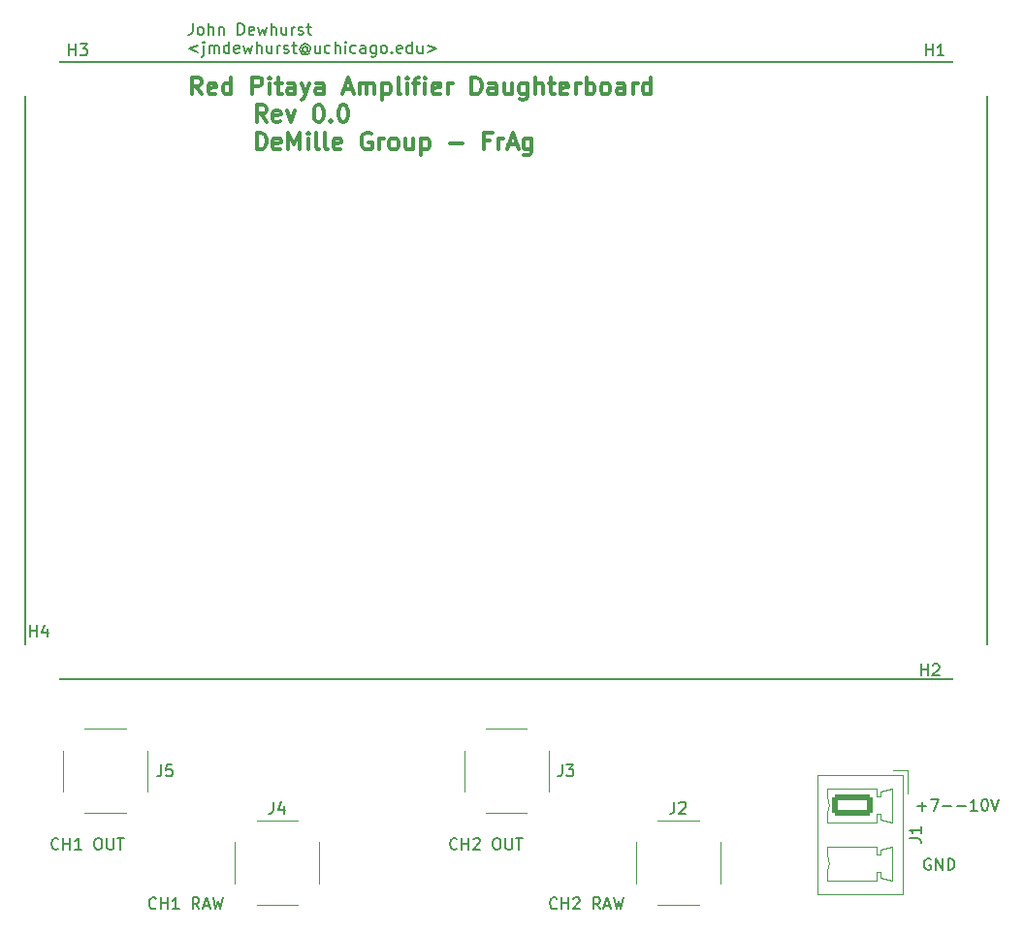
<source format=gto>
%TF.GenerationSoftware,KiCad,Pcbnew,(6.0.11)*%
%TF.CreationDate,2023-02-06T13:48:51-06:00*%
%TF.ProjectId,InterferometerElectronics,496e7465-7266-4657-926f-6d6574657245,rev?*%
%TF.SameCoordinates,Original*%
%TF.FileFunction,Legend,Top*%
%TF.FilePolarity,Positive*%
%FSLAX46Y46*%
G04 Gerber Fmt 4.6, Leading zero omitted, Abs format (unit mm)*
G04 Created by KiCad (PCBNEW (6.0.11)) date 2023-02-06 13:48:51*
%MOMM*%
%LPD*%
G01*
G04 APERTURE LIST*
G04 Aperture macros list*
%AMRoundRect*
0 Rectangle with rounded corners*
0 $1 Rounding radius*
0 $2 $3 $4 $5 $6 $7 $8 $9 X,Y pos of 4 corners*
0 Add a 4 corners polygon primitive as box body*
4,1,4,$2,$3,$4,$5,$6,$7,$8,$9,$2,$3,0*
0 Add four circle primitives for the rounded corners*
1,1,$1+$1,$2,$3*
1,1,$1+$1,$4,$5*
1,1,$1+$1,$6,$7*
1,1,$1+$1,$8,$9*
0 Add four rect primitives between the rounded corners*
20,1,$1+$1,$2,$3,$4,$5,0*
20,1,$1+$1,$4,$5,$6,$7,0*
20,1,$1+$1,$6,$7,$8,$9,0*
20,1,$1+$1,$8,$9,$2,$3,0*%
G04 Aperture macros list end*
%ADD10C,0.150000*%
%ADD11C,0.300000*%
%ADD12C,0.120000*%
%ADD13C,1.600000*%
%ADD14O,1.600000X1.600000*%
%ADD15RoundRect,0.250000X-1.550000X0.650000X-1.550000X-0.650000X1.550000X-0.650000X1.550000X0.650000X0*%
%ADD16O,3.600000X1.800000*%
%ADD17C,2.050000*%
%ADD18C,2.250000*%
%ADD19C,0.800000*%
%ADD20C,6.000000*%
%ADD21R,2.200000X2.200000*%
%ADD22O,2.200000X2.200000*%
%ADD23C,2.000000*%
%ADD24R,1.600000X1.600000*%
%ADD25O,3.500000X3.500000*%
%ADD26R,2.000000X1.905000*%
%ADD27O,2.000000X1.905000*%
G04 APERTURE END LIST*
D10*
X67621309Y-24647380D02*
X67621309Y-25361666D01*
X67573690Y-25504523D01*
X67478452Y-25599761D01*
X67335595Y-25647380D01*
X67240357Y-25647380D01*
X68240357Y-25647380D02*
X68145119Y-25599761D01*
X68097500Y-25552142D01*
X68049880Y-25456904D01*
X68049880Y-25171190D01*
X68097500Y-25075952D01*
X68145119Y-25028333D01*
X68240357Y-24980714D01*
X68383214Y-24980714D01*
X68478452Y-25028333D01*
X68526071Y-25075952D01*
X68573690Y-25171190D01*
X68573690Y-25456904D01*
X68526071Y-25552142D01*
X68478452Y-25599761D01*
X68383214Y-25647380D01*
X68240357Y-25647380D01*
X69002261Y-25647380D02*
X69002261Y-24647380D01*
X69430833Y-25647380D02*
X69430833Y-25123571D01*
X69383214Y-25028333D01*
X69287976Y-24980714D01*
X69145119Y-24980714D01*
X69049880Y-25028333D01*
X69002261Y-25075952D01*
X69907023Y-24980714D02*
X69907023Y-25647380D01*
X69907023Y-25075952D02*
X69954642Y-25028333D01*
X70049880Y-24980714D01*
X70192738Y-24980714D01*
X70287976Y-25028333D01*
X70335595Y-25123571D01*
X70335595Y-25647380D01*
X71573690Y-25647380D02*
X71573690Y-24647380D01*
X71811785Y-24647380D01*
X71954642Y-24695000D01*
X72049880Y-24790238D01*
X72097500Y-24885476D01*
X72145119Y-25075952D01*
X72145119Y-25218809D01*
X72097500Y-25409285D01*
X72049880Y-25504523D01*
X71954642Y-25599761D01*
X71811785Y-25647380D01*
X71573690Y-25647380D01*
X72954642Y-25599761D02*
X72859404Y-25647380D01*
X72668928Y-25647380D01*
X72573690Y-25599761D01*
X72526071Y-25504523D01*
X72526071Y-25123571D01*
X72573690Y-25028333D01*
X72668928Y-24980714D01*
X72859404Y-24980714D01*
X72954642Y-25028333D01*
X73002261Y-25123571D01*
X73002261Y-25218809D01*
X72526071Y-25314047D01*
X73335595Y-24980714D02*
X73526071Y-25647380D01*
X73716547Y-25171190D01*
X73907023Y-25647380D01*
X74097500Y-24980714D01*
X74478452Y-25647380D02*
X74478452Y-24647380D01*
X74907023Y-25647380D02*
X74907023Y-25123571D01*
X74859404Y-25028333D01*
X74764166Y-24980714D01*
X74621309Y-24980714D01*
X74526071Y-25028333D01*
X74478452Y-25075952D01*
X75811785Y-24980714D02*
X75811785Y-25647380D01*
X75383214Y-24980714D02*
X75383214Y-25504523D01*
X75430833Y-25599761D01*
X75526071Y-25647380D01*
X75668928Y-25647380D01*
X75764166Y-25599761D01*
X75811785Y-25552142D01*
X76287976Y-25647380D02*
X76287976Y-24980714D01*
X76287976Y-25171190D02*
X76335595Y-25075952D01*
X76383214Y-25028333D01*
X76478452Y-24980714D01*
X76573690Y-24980714D01*
X76859404Y-25599761D02*
X76954642Y-25647380D01*
X77145119Y-25647380D01*
X77240357Y-25599761D01*
X77287976Y-25504523D01*
X77287976Y-25456904D01*
X77240357Y-25361666D01*
X77145119Y-25314047D01*
X77002261Y-25314047D01*
X76907023Y-25266428D01*
X76859404Y-25171190D01*
X76859404Y-25123571D01*
X76907023Y-25028333D01*
X77002261Y-24980714D01*
X77145119Y-24980714D01*
X77240357Y-25028333D01*
X77573690Y-24980714D02*
X77954642Y-24980714D01*
X77716547Y-24647380D02*
X77716547Y-25504523D01*
X77764166Y-25599761D01*
X77859404Y-25647380D01*
X77954642Y-25647380D01*
X68097500Y-26590714D02*
X67335595Y-26876428D01*
X68097500Y-27162142D01*
X68573690Y-26590714D02*
X68573690Y-27447857D01*
X68526071Y-27543095D01*
X68430833Y-27590714D01*
X68383214Y-27590714D01*
X68573690Y-26257380D02*
X68526071Y-26305000D01*
X68573690Y-26352619D01*
X68621309Y-26305000D01*
X68573690Y-26257380D01*
X68573690Y-26352619D01*
X69049880Y-27257380D02*
X69049880Y-26590714D01*
X69049880Y-26685952D02*
X69097500Y-26638333D01*
X69192738Y-26590714D01*
X69335595Y-26590714D01*
X69430833Y-26638333D01*
X69478452Y-26733571D01*
X69478452Y-27257380D01*
X69478452Y-26733571D02*
X69526071Y-26638333D01*
X69621309Y-26590714D01*
X69764166Y-26590714D01*
X69859404Y-26638333D01*
X69907023Y-26733571D01*
X69907023Y-27257380D01*
X70811785Y-27257380D02*
X70811785Y-26257380D01*
X70811785Y-27209761D02*
X70716547Y-27257380D01*
X70526071Y-27257380D01*
X70430833Y-27209761D01*
X70383214Y-27162142D01*
X70335595Y-27066904D01*
X70335595Y-26781190D01*
X70383214Y-26685952D01*
X70430833Y-26638333D01*
X70526071Y-26590714D01*
X70716547Y-26590714D01*
X70811785Y-26638333D01*
X71668928Y-27209761D02*
X71573690Y-27257380D01*
X71383214Y-27257380D01*
X71287976Y-27209761D01*
X71240357Y-27114523D01*
X71240357Y-26733571D01*
X71287976Y-26638333D01*
X71383214Y-26590714D01*
X71573690Y-26590714D01*
X71668928Y-26638333D01*
X71716547Y-26733571D01*
X71716547Y-26828809D01*
X71240357Y-26924047D01*
X72049880Y-26590714D02*
X72240357Y-27257380D01*
X72430833Y-26781190D01*
X72621309Y-27257380D01*
X72811785Y-26590714D01*
X73192738Y-27257380D02*
X73192738Y-26257380D01*
X73621309Y-27257380D02*
X73621309Y-26733571D01*
X73573690Y-26638333D01*
X73478452Y-26590714D01*
X73335595Y-26590714D01*
X73240357Y-26638333D01*
X73192738Y-26685952D01*
X74526071Y-26590714D02*
X74526071Y-27257380D01*
X74097500Y-26590714D02*
X74097500Y-27114523D01*
X74145119Y-27209761D01*
X74240357Y-27257380D01*
X74383214Y-27257380D01*
X74478452Y-27209761D01*
X74526071Y-27162142D01*
X75002261Y-27257380D02*
X75002261Y-26590714D01*
X75002261Y-26781190D02*
X75049880Y-26685952D01*
X75097500Y-26638333D01*
X75192738Y-26590714D01*
X75287976Y-26590714D01*
X75573690Y-27209761D02*
X75668928Y-27257380D01*
X75859404Y-27257380D01*
X75954642Y-27209761D01*
X76002261Y-27114523D01*
X76002261Y-27066904D01*
X75954642Y-26971666D01*
X75859404Y-26924047D01*
X75716547Y-26924047D01*
X75621309Y-26876428D01*
X75573690Y-26781190D01*
X75573690Y-26733571D01*
X75621309Y-26638333D01*
X75716547Y-26590714D01*
X75859404Y-26590714D01*
X75954642Y-26638333D01*
X76287976Y-26590714D02*
X76668928Y-26590714D01*
X76430833Y-26257380D02*
X76430833Y-27114523D01*
X76478452Y-27209761D01*
X76573690Y-27257380D01*
X76668928Y-27257380D01*
X77621309Y-26781190D02*
X77573690Y-26733571D01*
X77478452Y-26685952D01*
X77383214Y-26685952D01*
X77287976Y-26733571D01*
X77240357Y-26781190D01*
X77192738Y-26876428D01*
X77192738Y-26971666D01*
X77240357Y-27066904D01*
X77287976Y-27114523D01*
X77383214Y-27162142D01*
X77478452Y-27162142D01*
X77573690Y-27114523D01*
X77621309Y-27066904D01*
X77621309Y-26685952D02*
X77621309Y-27066904D01*
X77668928Y-27114523D01*
X77716547Y-27114523D01*
X77811785Y-27066904D01*
X77859404Y-26971666D01*
X77859404Y-26733571D01*
X77764166Y-26590714D01*
X77621309Y-26495476D01*
X77430833Y-26447857D01*
X77240357Y-26495476D01*
X77097500Y-26590714D01*
X77002261Y-26733571D01*
X76954642Y-26924047D01*
X77002261Y-27114523D01*
X77097500Y-27257380D01*
X77240357Y-27352619D01*
X77430833Y-27400238D01*
X77621309Y-27352619D01*
X77764166Y-27257380D01*
X78716547Y-26590714D02*
X78716547Y-27257380D01*
X78287976Y-26590714D02*
X78287976Y-27114523D01*
X78335595Y-27209761D01*
X78430833Y-27257380D01*
X78573690Y-27257380D01*
X78668928Y-27209761D01*
X78716547Y-27162142D01*
X79621309Y-27209761D02*
X79526071Y-27257380D01*
X79335595Y-27257380D01*
X79240357Y-27209761D01*
X79192738Y-27162142D01*
X79145119Y-27066904D01*
X79145119Y-26781190D01*
X79192738Y-26685952D01*
X79240357Y-26638333D01*
X79335595Y-26590714D01*
X79526071Y-26590714D01*
X79621309Y-26638333D01*
X80049880Y-27257380D02*
X80049880Y-26257380D01*
X80478452Y-27257380D02*
X80478452Y-26733571D01*
X80430833Y-26638333D01*
X80335595Y-26590714D01*
X80192738Y-26590714D01*
X80097500Y-26638333D01*
X80049880Y-26685952D01*
X80954642Y-27257380D02*
X80954642Y-26590714D01*
X80954642Y-26257380D02*
X80907023Y-26305000D01*
X80954642Y-26352619D01*
X81002261Y-26305000D01*
X80954642Y-26257380D01*
X80954642Y-26352619D01*
X81859404Y-27209761D02*
X81764166Y-27257380D01*
X81573690Y-27257380D01*
X81478452Y-27209761D01*
X81430833Y-27162142D01*
X81383214Y-27066904D01*
X81383214Y-26781190D01*
X81430833Y-26685952D01*
X81478452Y-26638333D01*
X81573690Y-26590714D01*
X81764166Y-26590714D01*
X81859404Y-26638333D01*
X82716547Y-27257380D02*
X82716547Y-26733571D01*
X82668928Y-26638333D01*
X82573690Y-26590714D01*
X82383214Y-26590714D01*
X82287976Y-26638333D01*
X82716547Y-27209761D02*
X82621309Y-27257380D01*
X82383214Y-27257380D01*
X82287976Y-27209761D01*
X82240357Y-27114523D01*
X82240357Y-27019285D01*
X82287976Y-26924047D01*
X82383214Y-26876428D01*
X82621309Y-26876428D01*
X82716547Y-26828809D01*
X83621309Y-26590714D02*
X83621309Y-27400238D01*
X83573690Y-27495476D01*
X83526071Y-27543095D01*
X83430833Y-27590714D01*
X83287976Y-27590714D01*
X83192738Y-27543095D01*
X83621309Y-27209761D02*
X83526071Y-27257380D01*
X83335595Y-27257380D01*
X83240357Y-27209761D01*
X83192738Y-27162142D01*
X83145119Y-27066904D01*
X83145119Y-26781190D01*
X83192738Y-26685952D01*
X83240357Y-26638333D01*
X83335595Y-26590714D01*
X83526071Y-26590714D01*
X83621309Y-26638333D01*
X84240357Y-27257380D02*
X84145119Y-27209761D01*
X84097500Y-27162142D01*
X84049880Y-27066904D01*
X84049880Y-26781190D01*
X84097500Y-26685952D01*
X84145119Y-26638333D01*
X84240357Y-26590714D01*
X84383214Y-26590714D01*
X84478452Y-26638333D01*
X84526071Y-26685952D01*
X84573690Y-26781190D01*
X84573690Y-27066904D01*
X84526071Y-27162142D01*
X84478452Y-27209761D01*
X84383214Y-27257380D01*
X84240357Y-27257380D01*
X85002261Y-27162142D02*
X85049880Y-27209761D01*
X85002261Y-27257380D01*
X84954642Y-27209761D01*
X85002261Y-27162142D01*
X85002261Y-27257380D01*
X85859404Y-27209761D02*
X85764166Y-27257380D01*
X85573690Y-27257380D01*
X85478452Y-27209761D01*
X85430833Y-27114523D01*
X85430833Y-26733571D01*
X85478452Y-26638333D01*
X85573690Y-26590714D01*
X85764166Y-26590714D01*
X85859404Y-26638333D01*
X85907023Y-26733571D01*
X85907023Y-26828809D01*
X85430833Y-26924047D01*
X86764166Y-27257380D02*
X86764166Y-26257380D01*
X86764166Y-27209761D02*
X86668928Y-27257380D01*
X86478452Y-27257380D01*
X86383214Y-27209761D01*
X86335595Y-27162142D01*
X86287976Y-27066904D01*
X86287976Y-26781190D01*
X86335595Y-26685952D01*
X86383214Y-26638333D01*
X86478452Y-26590714D01*
X86668928Y-26590714D01*
X86764166Y-26638333D01*
X87668928Y-26590714D02*
X87668928Y-27257380D01*
X87240357Y-26590714D02*
X87240357Y-27114523D01*
X87287976Y-27209761D01*
X87383214Y-27257380D01*
X87526071Y-27257380D01*
X87621309Y-27209761D01*
X87668928Y-27162142D01*
X88145119Y-26590714D02*
X88907023Y-26876428D01*
X88145119Y-27162142D01*
X132038095Y-97700000D02*
X131942857Y-97652380D01*
X131800000Y-97652380D01*
X131657142Y-97700000D01*
X131561904Y-97795238D01*
X131514285Y-97890476D01*
X131466666Y-98080952D01*
X131466666Y-98223809D01*
X131514285Y-98414285D01*
X131561904Y-98509523D01*
X131657142Y-98604761D01*
X131800000Y-98652380D01*
X131895238Y-98652380D01*
X132038095Y-98604761D01*
X132085714Y-98557142D01*
X132085714Y-98223809D01*
X131895238Y-98223809D01*
X132514285Y-98652380D02*
X132514285Y-97652380D01*
X133085714Y-98652380D01*
X133085714Y-97652380D01*
X133561904Y-98652380D02*
X133561904Y-97652380D01*
X133800000Y-97652380D01*
X133942857Y-97700000D01*
X134038095Y-97795238D01*
X134085714Y-97890476D01*
X134133333Y-98080952D01*
X134133333Y-98223809D01*
X134085714Y-98414285D01*
X134038095Y-98509523D01*
X133942857Y-98604761D01*
X133800000Y-98652380D01*
X133561904Y-98652380D01*
X53000000Y-28000000D02*
X137000000Y-28000000D01*
X137000000Y-28000000D02*
X137000000Y-82000000D01*
X137000000Y-82000000D02*
X53000000Y-82000000D01*
X53000000Y-82000000D02*
X53000000Y-28000000D01*
X64428571Y-101957142D02*
X64380952Y-102004761D01*
X64238095Y-102052380D01*
X64142857Y-102052380D01*
X64000000Y-102004761D01*
X63904761Y-101909523D01*
X63857142Y-101814285D01*
X63809523Y-101623809D01*
X63809523Y-101480952D01*
X63857142Y-101290476D01*
X63904761Y-101195238D01*
X64000000Y-101100000D01*
X64142857Y-101052380D01*
X64238095Y-101052380D01*
X64380952Y-101100000D01*
X64428571Y-101147619D01*
X64857142Y-102052380D02*
X64857142Y-101052380D01*
X64857142Y-101528571D02*
X65428571Y-101528571D01*
X65428571Y-102052380D02*
X65428571Y-101052380D01*
X66428571Y-102052380D02*
X65857142Y-102052380D01*
X66142857Y-102052380D02*
X66142857Y-101052380D01*
X66047619Y-101195238D01*
X65952380Y-101290476D01*
X65857142Y-101338095D01*
X68190476Y-102052380D02*
X67857142Y-101576190D01*
X67619047Y-102052380D02*
X67619047Y-101052380D01*
X68000000Y-101052380D01*
X68095238Y-101100000D01*
X68142857Y-101147619D01*
X68190476Y-101242857D01*
X68190476Y-101385714D01*
X68142857Y-101480952D01*
X68095238Y-101528571D01*
X68000000Y-101576190D01*
X67619047Y-101576190D01*
X68571428Y-101766666D02*
X69047619Y-101766666D01*
X68476190Y-102052380D02*
X68809523Y-101052380D01*
X69142857Y-102052380D01*
X69380952Y-101052380D02*
X69619047Y-102052380D01*
X69809523Y-101338095D01*
X70000000Y-102052380D01*
X70238095Y-101052380D01*
X90700000Y-96757142D02*
X90652380Y-96804761D01*
X90509523Y-96852380D01*
X90414285Y-96852380D01*
X90271428Y-96804761D01*
X90176190Y-96709523D01*
X90128571Y-96614285D01*
X90080952Y-96423809D01*
X90080952Y-96280952D01*
X90128571Y-96090476D01*
X90176190Y-95995238D01*
X90271428Y-95900000D01*
X90414285Y-95852380D01*
X90509523Y-95852380D01*
X90652380Y-95900000D01*
X90700000Y-95947619D01*
X91128571Y-96852380D02*
X91128571Y-95852380D01*
X91128571Y-96328571D02*
X91700000Y-96328571D01*
X91700000Y-96852380D02*
X91700000Y-95852380D01*
X92128571Y-95947619D02*
X92176190Y-95900000D01*
X92271428Y-95852380D01*
X92509523Y-95852380D01*
X92604761Y-95900000D01*
X92652380Y-95947619D01*
X92700000Y-96042857D01*
X92700000Y-96138095D01*
X92652380Y-96280952D01*
X92080952Y-96852380D01*
X92700000Y-96852380D01*
X94080952Y-95852380D02*
X94271428Y-95852380D01*
X94366666Y-95900000D01*
X94461904Y-95995238D01*
X94509523Y-96185714D01*
X94509523Y-96519047D01*
X94461904Y-96709523D01*
X94366666Y-96804761D01*
X94271428Y-96852380D01*
X94080952Y-96852380D01*
X93985714Y-96804761D01*
X93890476Y-96709523D01*
X93842857Y-96519047D01*
X93842857Y-96185714D01*
X93890476Y-95995238D01*
X93985714Y-95900000D01*
X94080952Y-95852380D01*
X94938095Y-95852380D02*
X94938095Y-96661904D01*
X94985714Y-96757142D01*
X95033333Y-96804761D01*
X95128571Y-96852380D01*
X95319047Y-96852380D01*
X95414285Y-96804761D01*
X95461904Y-96757142D01*
X95509523Y-96661904D01*
X95509523Y-95852380D01*
X95842857Y-95852380D02*
X96414285Y-95852380D01*
X96128571Y-96852380D02*
X96128571Y-95852380D01*
D11*
X68409285Y-30863571D02*
X67909285Y-30149285D01*
X67552142Y-30863571D02*
X67552142Y-29363571D01*
X68123571Y-29363571D01*
X68266428Y-29435000D01*
X68337857Y-29506428D01*
X68409285Y-29649285D01*
X68409285Y-29863571D01*
X68337857Y-30006428D01*
X68266428Y-30077857D01*
X68123571Y-30149285D01*
X67552142Y-30149285D01*
X69623571Y-30792142D02*
X69480714Y-30863571D01*
X69195000Y-30863571D01*
X69052142Y-30792142D01*
X68980714Y-30649285D01*
X68980714Y-30077857D01*
X69052142Y-29935000D01*
X69195000Y-29863571D01*
X69480714Y-29863571D01*
X69623571Y-29935000D01*
X69695000Y-30077857D01*
X69695000Y-30220714D01*
X68980714Y-30363571D01*
X70980714Y-30863571D02*
X70980714Y-29363571D01*
X70980714Y-30792142D02*
X70837857Y-30863571D01*
X70552142Y-30863571D01*
X70409285Y-30792142D01*
X70337857Y-30720714D01*
X70266428Y-30577857D01*
X70266428Y-30149285D01*
X70337857Y-30006428D01*
X70409285Y-29935000D01*
X70552142Y-29863571D01*
X70837857Y-29863571D01*
X70980714Y-29935000D01*
X72837857Y-30863571D02*
X72837857Y-29363571D01*
X73409285Y-29363571D01*
X73552142Y-29435000D01*
X73623571Y-29506428D01*
X73695000Y-29649285D01*
X73695000Y-29863571D01*
X73623571Y-30006428D01*
X73552142Y-30077857D01*
X73409285Y-30149285D01*
X72837857Y-30149285D01*
X74337857Y-30863571D02*
X74337857Y-29863571D01*
X74337857Y-29363571D02*
X74266428Y-29435000D01*
X74337857Y-29506428D01*
X74409285Y-29435000D01*
X74337857Y-29363571D01*
X74337857Y-29506428D01*
X74837857Y-29863571D02*
X75409285Y-29863571D01*
X75052142Y-29363571D02*
X75052142Y-30649285D01*
X75123571Y-30792142D01*
X75266428Y-30863571D01*
X75409285Y-30863571D01*
X76552142Y-30863571D02*
X76552142Y-30077857D01*
X76480714Y-29935000D01*
X76337857Y-29863571D01*
X76052142Y-29863571D01*
X75909285Y-29935000D01*
X76552142Y-30792142D02*
X76409285Y-30863571D01*
X76052142Y-30863571D01*
X75909285Y-30792142D01*
X75837857Y-30649285D01*
X75837857Y-30506428D01*
X75909285Y-30363571D01*
X76052142Y-30292142D01*
X76409285Y-30292142D01*
X76552142Y-30220714D01*
X77123571Y-29863571D02*
X77480714Y-30863571D01*
X77837857Y-29863571D02*
X77480714Y-30863571D01*
X77337857Y-31220714D01*
X77266428Y-31292142D01*
X77123571Y-31363571D01*
X79052142Y-30863571D02*
X79052142Y-30077857D01*
X78980714Y-29935000D01*
X78837857Y-29863571D01*
X78552142Y-29863571D01*
X78409285Y-29935000D01*
X79052142Y-30792142D02*
X78909285Y-30863571D01*
X78552142Y-30863571D01*
X78409285Y-30792142D01*
X78337857Y-30649285D01*
X78337857Y-30506428D01*
X78409285Y-30363571D01*
X78552142Y-30292142D01*
X78909285Y-30292142D01*
X79052142Y-30220714D01*
X80837857Y-30435000D02*
X81552142Y-30435000D01*
X80695000Y-30863571D02*
X81195000Y-29363571D01*
X81695000Y-30863571D01*
X82195000Y-30863571D02*
X82195000Y-29863571D01*
X82195000Y-30006428D02*
X82266428Y-29935000D01*
X82409285Y-29863571D01*
X82623571Y-29863571D01*
X82766428Y-29935000D01*
X82837857Y-30077857D01*
X82837857Y-30863571D01*
X82837857Y-30077857D02*
X82909285Y-29935000D01*
X83052142Y-29863571D01*
X83266428Y-29863571D01*
X83409285Y-29935000D01*
X83480714Y-30077857D01*
X83480714Y-30863571D01*
X84195000Y-29863571D02*
X84195000Y-31363571D01*
X84195000Y-29935000D02*
X84337857Y-29863571D01*
X84623571Y-29863571D01*
X84766428Y-29935000D01*
X84837857Y-30006428D01*
X84909285Y-30149285D01*
X84909285Y-30577857D01*
X84837857Y-30720714D01*
X84766428Y-30792142D01*
X84623571Y-30863571D01*
X84337857Y-30863571D01*
X84195000Y-30792142D01*
X85766428Y-30863571D02*
X85623571Y-30792142D01*
X85552142Y-30649285D01*
X85552142Y-29363571D01*
X86337857Y-30863571D02*
X86337857Y-29863571D01*
X86337857Y-29363571D02*
X86266428Y-29435000D01*
X86337857Y-29506428D01*
X86409285Y-29435000D01*
X86337857Y-29363571D01*
X86337857Y-29506428D01*
X86837857Y-29863571D02*
X87409285Y-29863571D01*
X87052142Y-30863571D02*
X87052142Y-29577857D01*
X87123571Y-29435000D01*
X87266428Y-29363571D01*
X87409285Y-29363571D01*
X87909285Y-30863571D02*
X87909285Y-29863571D01*
X87909285Y-29363571D02*
X87837857Y-29435000D01*
X87909285Y-29506428D01*
X87980714Y-29435000D01*
X87909285Y-29363571D01*
X87909285Y-29506428D01*
X89195000Y-30792142D02*
X89052142Y-30863571D01*
X88766428Y-30863571D01*
X88623571Y-30792142D01*
X88552142Y-30649285D01*
X88552142Y-30077857D01*
X88623571Y-29935000D01*
X88766428Y-29863571D01*
X89052142Y-29863571D01*
X89195000Y-29935000D01*
X89266428Y-30077857D01*
X89266428Y-30220714D01*
X88552142Y-30363571D01*
X89909285Y-30863571D02*
X89909285Y-29863571D01*
X89909285Y-30149285D02*
X89980714Y-30006428D01*
X90052142Y-29935000D01*
X90195000Y-29863571D01*
X90337857Y-29863571D01*
X91980714Y-30863571D02*
X91980714Y-29363571D01*
X92337857Y-29363571D01*
X92552142Y-29435000D01*
X92695000Y-29577857D01*
X92766428Y-29720714D01*
X92837857Y-30006428D01*
X92837857Y-30220714D01*
X92766428Y-30506428D01*
X92695000Y-30649285D01*
X92552142Y-30792142D01*
X92337857Y-30863571D01*
X91980714Y-30863571D01*
X94123571Y-30863571D02*
X94123571Y-30077857D01*
X94052142Y-29935000D01*
X93909285Y-29863571D01*
X93623571Y-29863571D01*
X93480714Y-29935000D01*
X94123571Y-30792142D02*
X93980714Y-30863571D01*
X93623571Y-30863571D01*
X93480714Y-30792142D01*
X93409285Y-30649285D01*
X93409285Y-30506428D01*
X93480714Y-30363571D01*
X93623571Y-30292142D01*
X93980714Y-30292142D01*
X94123571Y-30220714D01*
X95480714Y-29863571D02*
X95480714Y-30863571D01*
X94837857Y-29863571D02*
X94837857Y-30649285D01*
X94909285Y-30792142D01*
X95052142Y-30863571D01*
X95266428Y-30863571D01*
X95409285Y-30792142D01*
X95480714Y-30720714D01*
X96837857Y-29863571D02*
X96837857Y-31077857D01*
X96766428Y-31220714D01*
X96695000Y-31292142D01*
X96552142Y-31363571D01*
X96337857Y-31363571D01*
X96195000Y-31292142D01*
X96837857Y-30792142D02*
X96695000Y-30863571D01*
X96409285Y-30863571D01*
X96266428Y-30792142D01*
X96195000Y-30720714D01*
X96123571Y-30577857D01*
X96123571Y-30149285D01*
X96195000Y-30006428D01*
X96266428Y-29935000D01*
X96409285Y-29863571D01*
X96695000Y-29863571D01*
X96837857Y-29935000D01*
X97552142Y-30863571D02*
X97552142Y-29363571D01*
X98195000Y-30863571D02*
X98195000Y-30077857D01*
X98123571Y-29935000D01*
X97980714Y-29863571D01*
X97766428Y-29863571D01*
X97623571Y-29935000D01*
X97552142Y-30006428D01*
X98695000Y-29863571D02*
X99266428Y-29863571D01*
X98909285Y-29363571D02*
X98909285Y-30649285D01*
X98980714Y-30792142D01*
X99123571Y-30863571D01*
X99266428Y-30863571D01*
X100337857Y-30792142D02*
X100195000Y-30863571D01*
X99909285Y-30863571D01*
X99766428Y-30792142D01*
X99695000Y-30649285D01*
X99695000Y-30077857D01*
X99766428Y-29935000D01*
X99909285Y-29863571D01*
X100195000Y-29863571D01*
X100337857Y-29935000D01*
X100409285Y-30077857D01*
X100409285Y-30220714D01*
X99695000Y-30363571D01*
X101052142Y-30863571D02*
X101052142Y-29863571D01*
X101052142Y-30149285D02*
X101123571Y-30006428D01*
X101195000Y-29935000D01*
X101337857Y-29863571D01*
X101480714Y-29863571D01*
X101980714Y-30863571D02*
X101980714Y-29363571D01*
X101980714Y-29935000D02*
X102123571Y-29863571D01*
X102409285Y-29863571D01*
X102552142Y-29935000D01*
X102623571Y-30006428D01*
X102695000Y-30149285D01*
X102695000Y-30577857D01*
X102623571Y-30720714D01*
X102552142Y-30792142D01*
X102409285Y-30863571D01*
X102123571Y-30863571D01*
X101980714Y-30792142D01*
X103552142Y-30863571D02*
X103409285Y-30792142D01*
X103337857Y-30720714D01*
X103266428Y-30577857D01*
X103266428Y-30149285D01*
X103337857Y-30006428D01*
X103409285Y-29935000D01*
X103552142Y-29863571D01*
X103766428Y-29863571D01*
X103909285Y-29935000D01*
X103980714Y-30006428D01*
X104052142Y-30149285D01*
X104052142Y-30577857D01*
X103980714Y-30720714D01*
X103909285Y-30792142D01*
X103766428Y-30863571D01*
X103552142Y-30863571D01*
X105337857Y-30863571D02*
X105337857Y-30077857D01*
X105266428Y-29935000D01*
X105123571Y-29863571D01*
X104837857Y-29863571D01*
X104695000Y-29935000D01*
X105337857Y-30792142D02*
X105195000Y-30863571D01*
X104837857Y-30863571D01*
X104695000Y-30792142D01*
X104623571Y-30649285D01*
X104623571Y-30506428D01*
X104695000Y-30363571D01*
X104837857Y-30292142D01*
X105195000Y-30292142D01*
X105337857Y-30220714D01*
X106052142Y-30863571D02*
X106052142Y-29863571D01*
X106052142Y-30149285D02*
X106123571Y-30006428D01*
X106195000Y-29935000D01*
X106337857Y-29863571D01*
X106480714Y-29863571D01*
X107623571Y-30863571D02*
X107623571Y-29363571D01*
X107623571Y-30792142D02*
X107480714Y-30863571D01*
X107195000Y-30863571D01*
X107052142Y-30792142D01*
X106980714Y-30720714D01*
X106909285Y-30577857D01*
X106909285Y-30149285D01*
X106980714Y-30006428D01*
X107052142Y-29935000D01*
X107195000Y-29863571D01*
X107480714Y-29863571D01*
X107623571Y-29935000D01*
X74052142Y-33278571D02*
X73552142Y-32564285D01*
X73195000Y-33278571D02*
X73195000Y-31778571D01*
X73766428Y-31778571D01*
X73909285Y-31850000D01*
X73980714Y-31921428D01*
X74052142Y-32064285D01*
X74052142Y-32278571D01*
X73980714Y-32421428D01*
X73909285Y-32492857D01*
X73766428Y-32564285D01*
X73195000Y-32564285D01*
X75266428Y-33207142D02*
X75123571Y-33278571D01*
X74837857Y-33278571D01*
X74695000Y-33207142D01*
X74623571Y-33064285D01*
X74623571Y-32492857D01*
X74695000Y-32350000D01*
X74837857Y-32278571D01*
X75123571Y-32278571D01*
X75266428Y-32350000D01*
X75337857Y-32492857D01*
X75337857Y-32635714D01*
X74623571Y-32778571D01*
X75837857Y-32278571D02*
X76195000Y-33278571D01*
X76552142Y-32278571D01*
X78552142Y-31778571D02*
X78695000Y-31778571D01*
X78837857Y-31850000D01*
X78909285Y-31921428D01*
X78980714Y-32064285D01*
X79052142Y-32350000D01*
X79052142Y-32707142D01*
X78980714Y-32992857D01*
X78909285Y-33135714D01*
X78837857Y-33207142D01*
X78695000Y-33278571D01*
X78552142Y-33278571D01*
X78409285Y-33207142D01*
X78337857Y-33135714D01*
X78266428Y-32992857D01*
X78195000Y-32707142D01*
X78195000Y-32350000D01*
X78266428Y-32064285D01*
X78337857Y-31921428D01*
X78409285Y-31850000D01*
X78552142Y-31778571D01*
X79695000Y-33135714D02*
X79766428Y-33207142D01*
X79695000Y-33278571D01*
X79623571Y-33207142D01*
X79695000Y-33135714D01*
X79695000Y-33278571D01*
X80695000Y-31778571D02*
X80837857Y-31778571D01*
X80980714Y-31850000D01*
X81052142Y-31921428D01*
X81123571Y-32064285D01*
X81195000Y-32350000D01*
X81195000Y-32707142D01*
X81123571Y-32992857D01*
X81052142Y-33135714D01*
X80980714Y-33207142D01*
X80837857Y-33278571D01*
X80695000Y-33278571D01*
X80552142Y-33207142D01*
X80480714Y-33135714D01*
X80409285Y-32992857D01*
X80337857Y-32707142D01*
X80337857Y-32350000D01*
X80409285Y-32064285D01*
X80480714Y-31921428D01*
X80552142Y-31850000D01*
X80695000Y-31778571D01*
X73195000Y-35693571D02*
X73195000Y-34193571D01*
X73552142Y-34193571D01*
X73766428Y-34265000D01*
X73909285Y-34407857D01*
X73980714Y-34550714D01*
X74052142Y-34836428D01*
X74052142Y-35050714D01*
X73980714Y-35336428D01*
X73909285Y-35479285D01*
X73766428Y-35622142D01*
X73552142Y-35693571D01*
X73195000Y-35693571D01*
X75266428Y-35622142D02*
X75123571Y-35693571D01*
X74837857Y-35693571D01*
X74695000Y-35622142D01*
X74623571Y-35479285D01*
X74623571Y-34907857D01*
X74695000Y-34765000D01*
X74837857Y-34693571D01*
X75123571Y-34693571D01*
X75266428Y-34765000D01*
X75337857Y-34907857D01*
X75337857Y-35050714D01*
X74623571Y-35193571D01*
X75980714Y-35693571D02*
X75980714Y-34193571D01*
X76480714Y-35265000D01*
X76980714Y-34193571D01*
X76980714Y-35693571D01*
X77695000Y-35693571D02*
X77695000Y-34693571D01*
X77695000Y-34193571D02*
X77623571Y-34265000D01*
X77695000Y-34336428D01*
X77766428Y-34265000D01*
X77695000Y-34193571D01*
X77695000Y-34336428D01*
X78623571Y-35693571D02*
X78480714Y-35622142D01*
X78409285Y-35479285D01*
X78409285Y-34193571D01*
X79409285Y-35693571D02*
X79266428Y-35622142D01*
X79195000Y-35479285D01*
X79195000Y-34193571D01*
X80552142Y-35622142D02*
X80409285Y-35693571D01*
X80123571Y-35693571D01*
X79980714Y-35622142D01*
X79909285Y-35479285D01*
X79909285Y-34907857D01*
X79980714Y-34765000D01*
X80123571Y-34693571D01*
X80409285Y-34693571D01*
X80552142Y-34765000D01*
X80623571Y-34907857D01*
X80623571Y-35050714D01*
X79909285Y-35193571D01*
X83195000Y-34265000D02*
X83052142Y-34193571D01*
X82837857Y-34193571D01*
X82623571Y-34265000D01*
X82480714Y-34407857D01*
X82409285Y-34550714D01*
X82337857Y-34836428D01*
X82337857Y-35050714D01*
X82409285Y-35336428D01*
X82480714Y-35479285D01*
X82623571Y-35622142D01*
X82837857Y-35693571D01*
X82980714Y-35693571D01*
X83195000Y-35622142D01*
X83266428Y-35550714D01*
X83266428Y-35050714D01*
X82980714Y-35050714D01*
X83909285Y-35693571D02*
X83909285Y-34693571D01*
X83909285Y-34979285D02*
X83980714Y-34836428D01*
X84052142Y-34765000D01*
X84195000Y-34693571D01*
X84337857Y-34693571D01*
X85052142Y-35693571D02*
X84909285Y-35622142D01*
X84837857Y-35550714D01*
X84766428Y-35407857D01*
X84766428Y-34979285D01*
X84837857Y-34836428D01*
X84909285Y-34765000D01*
X85052142Y-34693571D01*
X85266428Y-34693571D01*
X85409285Y-34765000D01*
X85480714Y-34836428D01*
X85552142Y-34979285D01*
X85552142Y-35407857D01*
X85480714Y-35550714D01*
X85409285Y-35622142D01*
X85266428Y-35693571D01*
X85052142Y-35693571D01*
X86837857Y-34693571D02*
X86837857Y-35693571D01*
X86195000Y-34693571D02*
X86195000Y-35479285D01*
X86266428Y-35622142D01*
X86409285Y-35693571D01*
X86623571Y-35693571D01*
X86766428Y-35622142D01*
X86837857Y-35550714D01*
X87552142Y-34693571D02*
X87552142Y-36193571D01*
X87552142Y-34765000D02*
X87695000Y-34693571D01*
X87980714Y-34693571D01*
X88123571Y-34765000D01*
X88195000Y-34836428D01*
X88266428Y-34979285D01*
X88266428Y-35407857D01*
X88195000Y-35550714D01*
X88123571Y-35622142D01*
X87980714Y-35693571D01*
X87695000Y-35693571D01*
X87552142Y-35622142D01*
X90052142Y-35122142D02*
X91195000Y-35122142D01*
X93552142Y-34907857D02*
X93052142Y-34907857D01*
X93052142Y-35693571D02*
X93052142Y-34193571D01*
X93766428Y-34193571D01*
X94337857Y-35693571D02*
X94337857Y-34693571D01*
X94337857Y-34979285D02*
X94409285Y-34836428D01*
X94480714Y-34765000D01*
X94623571Y-34693571D01*
X94766428Y-34693571D01*
X95195000Y-35265000D02*
X95909285Y-35265000D01*
X95052142Y-35693571D02*
X95552142Y-34193571D01*
X96052142Y-35693571D01*
X97195000Y-34693571D02*
X97195000Y-35907857D01*
X97123571Y-36050714D01*
X97052142Y-36122142D01*
X96909285Y-36193571D01*
X96695000Y-36193571D01*
X96552142Y-36122142D01*
X97195000Y-35622142D02*
X97052142Y-35693571D01*
X96766428Y-35693571D01*
X96623571Y-35622142D01*
X96552142Y-35550714D01*
X96480714Y-35407857D01*
X96480714Y-34979285D01*
X96552142Y-34836428D01*
X96623571Y-34765000D01*
X96766428Y-34693571D01*
X97052142Y-34693571D01*
X97195000Y-34765000D01*
D10*
X55900000Y-96757142D02*
X55852380Y-96804761D01*
X55709523Y-96852380D01*
X55614285Y-96852380D01*
X55471428Y-96804761D01*
X55376190Y-96709523D01*
X55328571Y-96614285D01*
X55280952Y-96423809D01*
X55280952Y-96280952D01*
X55328571Y-96090476D01*
X55376190Y-95995238D01*
X55471428Y-95900000D01*
X55614285Y-95852380D01*
X55709523Y-95852380D01*
X55852380Y-95900000D01*
X55900000Y-95947619D01*
X56328571Y-96852380D02*
X56328571Y-95852380D01*
X56328571Y-96328571D02*
X56900000Y-96328571D01*
X56900000Y-96852380D02*
X56900000Y-95852380D01*
X57900000Y-96852380D02*
X57328571Y-96852380D01*
X57614285Y-96852380D02*
X57614285Y-95852380D01*
X57519047Y-95995238D01*
X57423809Y-96090476D01*
X57328571Y-96138095D01*
X59280952Y-95852380D02*
X59471428Y-95852380D01*
X59566666Y-95900000D01*
X59661904Y-95995238D01*
X59709523Y-96185714D01*
X59709523Y-96519047D01*
X59661904Y-96709523D01*
X59566666Y-96804761D01*
X59471428Y-96852380D01*
X59280952Y-96852380D01*
X59185714Y-96804761D01*
X59090476Y-96709523D01*
X59042857Y-96519047D01*
X59042857Y-96185714D01*
X59090476Y-95995238D01*
X59185714Y-95900000D01*
X59280952Y-95852380D01*
X60138095Y-95852380D02*
X60138095Y-96661904D01*
X60185714Y-96757142D01*
X60233333Y-96804761D01*
X60328571Y-96852380D01*
X60519047Y-96852380D01*
X60614285Y-96804761D01*
X60661904Y-96757142D01*
X60709523Y-96661904D01*
X60709523Y-95852380D01*
X61042857Y-95852380D02*
X61614285Y-95852380D01*
X61328571Y-96852380D02*
X61328571Y-95852380D01*
X130923809Y-93071428D02*
X131685714Y-93071428D01*
X131304761Y-93452380D02*
X131304761Y-92690476D01*
X132066666Y-92452380D02*
X132733333Y-92452380D01*
X132304761Y-93452380D01*
X133114285Y-93071428D02*
X133876190Y-93071428D01*
X134352380Y-93071428D02*
X135114285Y-93071428D01*
X136114285Y-93452380D02*
X135542857Y-93452380D01*
X135828571Y-93452380D02*
X135828571Y-92452380D01*
X135733333Y-92595238D01*
X135638095Y-92690476D01*
X135542857Y-92738095D01*
X136733333Y-92452380D02*
X136828571Y-92452380D01*
X136923809Y-92500000D01*
X136971428Y-92547619D01*
X137019047Y-92642857D01*
X137066666Y-92833333D01*
X137066666Y-93071428D01*
X137019047Y-93261904D01*
X136971428Y-93357142D01*
X136923809Y-93404761D01*
X136828571Y-93452380D01*
X136733333Y-93452380D01*
X136638095Y-93404761D01*
X136590476Y-93357142D01*
X136542857Y-93261904D01*
X136495238Y-93071428D01*
X136495238Y-92833333D01*
X136542857Y-92642857D01*
X136590476Y-92547619D01*
X136638095Y-92500000D01*
X136733333Y-92452380D01*
X137352380Y-92452380D02*
X137685714Y-93452380D01*
X138019047Y-92452380D01*
X99428571Y-101957142D02*
X99380952Y-102004761D01*
X99238095Y-102052380D01*
X99142857Y-102052380D01*
X99000000Y-102004761D01*
X98904761Y-101909523D01*
X98857142Y-101814285D01*
X98809523Y-101623809D01*
X98809523Y-101480952D01*
X98857142Y-101290476D01*
X98904761Y-101195238D01*
X99000000Y-101100000D01*
X99142857Y-101052380D01*
X99238095Y-101052380D01*
X99380952Y-101100000D01*
X99428571Y-101147619D01*
X99857142Y-102052380D02*
X99857142Y-101052380D01*
X99857142Y-101528571D02*
X100428571Y-101528571D01*
X100428571Y-102052380D02*
X100428571Y-101052380D01*
X100857142Y-101147619D02*
X100904761Y-101100000D01*
X101000000Y-101052380D01*
X101238095Y-101052380D01*
X101333333Y-101100000D01*
X101380952Y-101147619D01*
X101428571Y-101242857D01*
X101428571Y-101338095D01*
X101380952Y-101480952D01*
X100809523Y-102052380D01*
X101428571Y-102052380D01*
X103190476Y-102052380D02*
X102857142Y-101576190D01*
X102619047Y-102052380D02*
X102619047Y-101052380D01*
X103000000Y-101052380D01*
X103095238Y-101100000D01*
X103142857Y-101147619D01*
X103190476Y-101242857D01*
X103190476Y-101385714D01*
X103142857Y-101480952D01*
X103095238Y-101528571D01*
X103000000Y-101576190D01*
X102619047Y-101576190D01*
X103571428Y-101766666D02*
X104047619Y-101766666D01*
X103476190Y-102052380D02*
X103809523Y-101052380D01*
X104142857Y-102052380D01*
X104380952Y-101052380D02*
X104619047Y-102052380D01*
X104809523Y-101338095D01*
X105000000Y-102052380D01*
X105238095Y-101052380D01*
%TO.C,J1*%
X130202380Y-95873333D02*
X130916666Y-95873333D01*
X131059523Y-95920952D01*
X131154761Y-96016190D01*
X131202380Y-96159047D01*
X131202380Y-96254285D01*
X131202380Y-94873333D02*
X131202380Y-95444761D01*
X131202380Y-95159047D02*
X130202380Y-95159047D01*
X130345238Y-95254285D01*
X130440476Y-95349523D01*
X130488095Y-95444761D01*
%TO.C,J3*%
X99866666Y-89452380D02*
X99866666Y-90166666D01*
X99819047Y-90309523D01*
X99723809Y-90404761D01*
X99580952Y-90452380D01*
X99485714Y-90452380D01*
X100247619Y-89452380D02*
X100866666Y-89452380D01*
X100533333Y-89833333D01*
X100676190Y-89833333D01*
X100771428Y-89880952D01*
X100819047Y-89928571D01*
X100866666Y-90023809D01*
X100866666Y-90261904D01*
X100819047Y-90357142D01*
X100771428Y-90404761D01*
X100676190Y-90452380D01*
X100390476Y-90452380D01*
X100295238Y-90404761D01*
X100247619Y-90357142D01*
%TO.C,J5*%
X64866666Y-89452380D02*
X64866666Y-90166666D01*
X64819047Y-90309523D01*
X64723809Y-90404761D01*
X64580952Y-90452380D01*
X64485714Y-90452380D01*
X65819047Y-89452380D02*
X65342857Y-89452380D01*
X65295238Y-89928571D01*
X65342857Y-89880952D01*
X65438095Y-89833333D01*
X65676190Y-89833333D01*
X65771428Y-89880952D01*
X65819047Y-89928571D01*
X65866666Y-90023809D01*
X65866666Y-90261904D01*
X65819047Y-90357142D01*
X65771428Y-90404761D01*
X65676190Y-90452380D01*
X65438095Y-90452380D01*
X65342857Y-90404761D01*
X65295238Y-90357142D01*
%TO.C,H1*%
X131638095Y-27452380D02*
X131638095Y-26452380D01*
X131638095Y-26928571D02*
X132209523Y-26928571D01*
X132209523Y-27452380D02*
X132209523Y-26452380D01*
X133209523Y-27452380D02*
X132638095Y-27452380D01*
X132923809Y-27452380D02*
X132923809Y-26452380D01*
X132828571Y-26595238D01*
X132733333Y-26690476D01*
X132638095Y-26738095D01*
%TO.C,H3*%
X56838095Y-27452380D02*
X56838095Y-26452380D01*
X56838095Y-26928571D02*
X57409523Y-26928571D01*
X57409523Y-27452380D02*
X57409523Y-26452380D01*
X57790476Y-26452380D02*
X58409523Y-26452380D01*
X58076190Y-26833333D01*
X58219047Y-26833333D01*
X58314285Y-26880952D01*
X58361904Y-26928571D01*
X58409523Y-27023809D01*
X58409523Y-27261904D01*
X58361904Y-27357142D01*
X58314285Y-27404761D01*
X58219047Y-27452380D01*
X57933333Y-27452380D01*
X57838095Y-27404761D01*
X57790476Y-27357142D01*
%TO.C,J4*%
X74666666Y-92702380D02*
X74666666Y-93416666D01*
X74619047Y-93559523D01*
X74523809Y-93654761D01*
X74380952Y-93702380D01*
X74285714Y-93702380D01*
X75571428Y-93035714D02*
X75571428Y-93702380D01*
X75333333Y-92654761D02*
X75095238Y-93369047D01*
X75714285Y-93369047D01*
%TO.C,J2*%
X109666666Y-92702380D02*
X109666666Y-93416666D01*
X109619047Y-93559523D01*
X109523809Y-93654761D01*
X109380952Y-93702380D01*
X109285714Y-93702380D01*
X110095238Y-92797619D02*
X110142857Y-92750000D01*
X110238095Y-92702380D01*
X110476190Y-92702380D01*
X110571428Y-92750000D01*
X110619047Y-92797619D01*
X110666666Y-92892857D01*
X110666666Y-92988095D01*
X110619047Y-93130952D01*
X110047619Y-93702380D01*
X110666666Y-93702380D01*
%TO.C,H4*%
X53438095Y-78252380D02*
X53438095Y-77252380D01*
X53438095Y-77728571D02*
X54009523Y-77728571D01*
X54009523Y-78252380D02*
X54009523Y-77252380D01*
X54914285Y-77585714D02*
X54914285Y-78252380D01*
X54676190Y-77204761D02*
X54438095Y-77919047D01*
X55057142Y-77919047D01*
%TO.C,H2*%
X131238095Y-81652380D02*
X131238095Y-80652380D01*
X131238095Y-81128571D02*
X131809523Y-81128571D01*
X131809523Y-81652380D02*
X131809523Y-80652380D01*
X132238095Y-80747619D02*
X132285714Y-80700000D01*
X132380952Y-80652380D01*
X132619047Y-80652380D01*
X132714285Y-80700000D01*
X132761904Y-80747619D01*
X132809523Y-80842857D01*
X132809523Y-80938095D01*
X132761904Y-81080952D01*
X132190476Y-81652380D01*
X132809523Y-81652380D01*
D12*
%TO.C,J1*%
X123050000Y-91500000D02*
X127350000Y-91500000D01*
X128700000Y-94500000D02*
X127700000Y-94250000D01*
X127350000Y-99580000D02*
X123050000Y-99580000D01*
X123050000Y-96580000D02*
X127350000Y-96580000D01*
X127700000Y-94250000D02*
X127700000Y-93750000D01*
X128700000Y-91500000D02*
X128700000Y-94500000D01*
X123050000Y-97330000D02*
X123050000Y-96580000D01*
X123050000Y-94500000D02*
X123050000Y-93750000D01*
X127350000Y-98830000D02*
X127350000Y-99580000D01*
X129660000Y-90350000D02*
X122190000Y-90350000D01*
X127350000Y-92250000D02*
X127700000Y-92250000D01*
X130050000Y-89960000D02*
X130050000Y-91960000D01*
X127350000Y-97330000D02*
X127700000Y-97330000D01*
X127700000Y-97330000D02*
X127700000Y-96830000D01*
X127350000Y-96580000D02*
X127350000Y-97330000D01*
X127350000Y-91500000D02*
X127350000Y-92250000D01*
X129660000Y-100730000D02*
X129660000Y-90350000D01*
X127700000Y-99330000D02*
X127700000Y-98830000D01*
X128700000Y-99580000D02*
X127700000Y-99330000D01*
X122190000Y-90350000D02*
X122190000Y-100730000D01*
X128800000Y-89960000D02*
X130050000Y-89960000D01*
X127700000Y-92250000D02*
X127700000Y-91750000D01*
X128700000Y-96580000D02*
X128700000Y-99580000D01*
X127350000Y-94500000D02*
X123050000Y-94500000D01*
X127700000Y-91750000D02*
X128700000Y-91500000D01*
X127350000Y-93750000D02*
X127350000Y-94500000D01*
X127700000Y-93750000D02*
X127350000Y-93750000D01*
X127700000Y-98830000D02*
X127350000Y-98830000D01*
X122190000Y-100730000D02*
X129660000Y-100730000D01*
X123050000Y-92250000D02*
X123050000Y-91500000D01*
X127700000Y-96830000D02*
X128700000Y-96580000D01*
X123050000Y-99580000D02*
X123050000Y-98830000D01*
X123050155Y-98829647D02*
G75*
G03*
X123050000Y-97330000I-1700155J749647D01*
G01*
X123050155Y-93749647D02*
G75*
G03*
X123050000Y-92250000I-1700155J749647D01*
G01*
%TO.C,J3*%
X98680000Y-88200000D02*
X98680000Y-91800000D01*
X91320000Y-88200000D02*
X91320000Y-91800000D01*
X93200000Y-93680000D02*
X96800000Y-93680000D01*
X93200000Y-86320000D02*
X96800000Y-86320000D01*
%TO.C,J5*%
X63680000Y-88200000D02*
X63680000Y-91800000D01*
X58200000Y-86320000D02*
X61800000Y-86320000D01*
X56320000Y-88200000D02*
X56320000Y-91800000D01*
X58200000Y-93680000D02*
X61800000Y-93680000D01*
%TO.C,J4*%
X73200000Y-94320000D02*
X76800000Y-94320000D01*
X71320000Y-96200000D02*
X71320000Y-99800000D01*
X73200000Y-101680000D02*
X76800000Y-101680000D01*
X78680000Y-96200000D02*
X78680000Y-99800000D01*
%TO.C,J2*%
X113680000Y-96200000D02*
X113680000Y-99800000D01*
X106320000Y-96200000D02*
X106320000Y-99800000D01*
X108200000Y-101680000D02*
X111800000Y-101680000D01*
X108200000Y-94320000D02*
X111800000Y-94320000D01*
%TD*%
%LPC*%
D13*
%TO.C,R2*%
X82800000Y-48120000D03*
D14*
X82800000Y-58280000D03*
%TD*%
D15*
%TO.C,J1*%
X125200000Y-93000000D03*
D16*
X125200000Y-98080000D03*
%TD*%
D17*
%TO.C,J3*%
X95000000Y-90000000D03*
D18*
X97540000Y-87460000D03*
X97540000Y-92540000D03*
X92460000Y-92540000D03*
X92460000Y-87460000D03*
%TD*%
D17*
%TO.C,J5*%
X60000000Y-90000000D03*
D18*
X62540000Y-87460000D03*
X62540000Y-92540000D03*
X57460000Y-92540000D03*
X57460000Y-87460000D03*
%TD*%
D19*
%TO.C,H1*%
X135409010Y-26409010D03*
X138590990Y-26409010D03*
X135409010Y-29590990D03*
X134750000Y-28000000D03*
D20*
X137000000Y-28000000D03*
D19*
X139250000Y-28000000D03*
X137000000Y-25750000D03*
X137000000Y-30250000D03*
X138590990Y-29590990D03*
%TD*%
%TO.C,H3*%
X53000000Y-25750000D03*
X54590990Y-29590990D03*
D20*
X53000000Y-28000000D03*
D19*
X50750000Y-28000000D03*
X51409010Y-29590990D03*
X51409010Y-26409010D03*
X54590990Y-26409010D03*
X53000000Y-30250000D03*
X55250000Y-28000000D03*
%TD*%
D17*
%TO.C,J4*%
X75000000Y-98000000D03*
D18*
X72460000Y-95460000D03*
X77540000Y-95460000D03*
X72460000Y-100540000D03*
X77540000Y-100540000D03*
%TD*%
D17*
%TO.C,J2*%
X110000000Y-98000000D03*
D18*
X107460000Y-95460000D03*
X107460000Y-100540000D03*
X112540000Y-95460000D03*
X112540000Y-100540000D03*
%TD*%
D19*
%TO.C,H4*%
X51409010Y-83590990D03*
X55250000Y-82000000D03*
X51409010Y-80409010D03*
X53000000Y-79750000D03*
D20*
X53000000Y-82000000D03*
D19*
X54590990Y-80409010D03*
X50750000Y-82000000D03*
X53000000Y-84250000D03*
X54590990Y-83590990D03*
%TD*%
%TO.C,H2*%
X139250000Y-82000000D03*
X137000000Y-84250000D03*
X138590990Y-80409010D03*
X135409010Y-80409010D03*
X135409010Y-83590990D03*
X138590990Y-83590990D03*
X137000000Y-79750000D03*
D20*
X137000000Y-82000000D03*
D19*
X134750000Y-82000000D03*
%TD*%
D21*
%TO.C,D1*%
X111750000Y-52330000D03*
D22*
X111750000Y-42170000D03*
%TD*%
D23*
%TO.C,C11*%
X100200000Y-83200000D03*
X100200000Y-75700000D03*
%TD*%
D24*
%TO.C,U2*%
X78800000Y-45600000D03*
D14*
X78800000Y-48140000D03*
X78800000Y-50680000D03*
X78800000Y-53220000D03*
X71180000Y-53220000D03*
X71180000Y-50680000D03*
X71180000Y-48140000D03*
X71180000Y-45600000D03*
%TD*%
D13*
%TO.C,R7*%
X95000000Y-59640000D03*
D14*
X95000000Y-69800000D03*
%TD*%
D23*
%TO.C,C1*%
X117250000Y-56000000D03*
X124750000Y-56000000D03*
%TD*%
%TO.C,C3*%
X71250000Y-40150000D03*
X78750000Y-40150000D03*
%TD*%
%TO.C,C4*%
X78750000Y-59150000D03*
X71250000Y-59150000D03*
%TD*%
%TO.C,C2*%
X117250000Y-37500000D03*
X124750000Y-37500000D03*
%TD*%
D25*
%TO.C,U1*%
X133910000Y-47250000D03*
D26*
X117250000Y-49790000D03*
D27*
X117250000Y-47250000D03*
X117250000Y-44710000D03*
%TD*%
D13*
%TO.C,R6*%
X66600000Y-47800000D03*
D14*
X56440000Y-47800000D03*
%TD*%
D13*
%TO.C,R4*%
X75000000Y-75960000D03*
D14*
X75000000Y-65800000D03*
%TD*%
D23*
%TO.C,C8*%
X66600000Y-42400000D03*
X59100000Y-42400000D03*
%TD*%
D13*
%TO.C,R10*%
X65400000Y-73040000D03*
D14*
X65400000Y-83200000D03*
%TD*%
D13*
%TO.C,R3*%
X97280000Y-42200000D03*
D14*
X87120000Y-42200000D03*
%TD*%
D13*
%TO.C,R5*%
X56440000Y-52000000D03*
D14*
X66600000Y-52000000D03*
%TD*%
D13*
%TO.C,R9*%
X95000000Y-73040000D03*
D14*
X95000000Y-83200000D03*
%TD*%
D23*
%TO.C,C12*%
X60000000Y-83200000D03*
X60000000Y-75700000D03*
%TD*%
%TO.C,C10*%
X60000000Y-69800000D03*
X60000000Y-62300000D03*
%TD*%
%TO.C,C5*%
X94700000Y-48200000D03*
X87200000Y-48200000D03*
%TD*%
%TO.C,C9*%
X100200000Y-69800000D03*
X100200000Y-62300000D03*
%TD*%
D13*
%TO.C,R8*%
X65400000Y-59640000D03*
D14*
X65400000Y-69800000D03*
%TD*%
D13*
%TO.C,R1*%
X89000000Y-65000000D03*
D14*
X89000000Y-54840000D03*
%TD*%
D21*
%TO.C,D2*%
X117200000Y-32200000D03*
D22*
X127360000Y-32200000D03*
%TD*%
M02*

</source>
